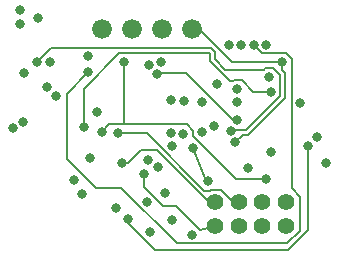
<source format=gbr>
G04 EAGLE Gerber RS-274X export*
G75*
%MOMM*%
%FSLAX34Y34*%
%LPD*%
%INCopper Layer 15*%
%IPPOS*%
%AMOC8*
5,1,8,0,0,1.08239X$1,22.5*%
G01*
%ADD10C,1.676400*%
%ADD11C,1.408000*%
%ADD12C,0.806400*%
%ADD13C,0.203200*%


D10*
X368204Y439191D03*
X393604Y439191D03*
X419004Y439191D03*
X444404Y439191D03*
D11*
X463525Y272730D03*
X463525Y292730D03*
X483525Y272730D03*
X483525Y292730D03*
X503525Y272730D03*
X503525Y292730D03*
X523525Y272730D03*
X523525Y292730D03*
D12*
X482500Y388750D03*
D13*
X495920Y386250D02*
X511250Y386250D01*
X458965Y418750D02*
X382523Y418750D01*
X352500Y388727D01*
X352500Y356250D01*
D12*
X511250Y386250D03*
X352500Y356250D03*
D13*
X458965Y412344D02*
X458965Y418750D01*
X458965Y412344D02*
X476176Y395133D01*
X478870Y395133D01*
X479567Y395830D01*
X486340Y395830D01*
X495920Y386250D01*
D12*
X344051Y311683D03*
X550000Y347500D03*
X408750Y267500D03*
X535498Y376782D03*
X482500Y377500D03*
X406250Y292500D03*
X321250Y390000D03*
D13*
X479131Y362119D02*
X481977Y362119D01*
X479131Y362119D02*
X439162Y402088D01*
X415569Y402088D01*
X414748Y401267D01*
D12*
X481977Y362119D03*
X414748Y401267D03*
X328750Y382500D03*
D13*
X390000Y278750D02*
X390000Y275000D01*
X412500Y252500D01*
X525684Y252500D01*
X542500Y269316D01*
X542500Y340000D01*
D12*
X390000Y278750D03*
X542500Y340000D03*
X520000Y411250D03*
X427500Y277500D03*
X356250Y416250D03*
X357985Y330037D03*
D13*
X477696Y411250D02*
X520000Y411250D01*
X467401Y421545D02*
X467401Y421809D01*
X450019Y439191D02*
X444404Y439191D01*
X450019Y439191D02*
X467401Y421809D01*
X467401Y421545D02*
X477696Y411250D01*
D12*
X421349Y300281D03*
X480774Y343371D03*
D13*
X486806Y349403D01*
X491401Y349403D01*
X520000Y404497D02*
X520000Y411250D01*
X522814Y380817D02*
X491401Y349403D01*
X522814Y380817D02*
X522814Y401683D01*
X520000Y404497D01*
D12*
X313597Y448948D03*
X292353Y355134D03*
X379395Y288118D03*
X302087Y401956D03*
X407617Y408447D03*
X506731Y425927D03*
X363750Y368750D03*
X491848Y321915D03*
X511030Y334952D03*
X443855Y264825D03*
X415331Y322123D03*
X452500Y352500D03*
X485747Y426004D03*
X298750Y455000D03*
X350794Y300012D03*
X301207Y360559D03*
X462500Y357500D03*
X509431Y398450D03*
X406508Y328333D03*
X475297Y426121D03*
D13*
X430622Y289378D02*
X450957Y269043D01*
X430622Y289378D02*
X419573Y289378D01*
X403750Y305201D01*
X403750Y316250D01*
X450957Y269043D02*
X463525Y272730D01*
D12*
X403750Y316250D03*
D13*
X390000Y326250D02*
X385000Y326250D01*
X390000Y326250D02*
X400566Y336816D01*
X414233Y336816D01*
X458320Y292729D02*
X463525Y292730D01*
X458320Y292729D02*
X414233Y336816D01*
D12*
X385000Y326250D03*
X436390Y350632D03*
D13*
X405561Y351250D02*
X381250Y351250D01*
X405561Y351250D02*
X454475Y302337D01*
X477142Y294603D02*
X483525Y292730D01*
D12*
X381250Y351250D03*
D13*
X454475Y302337D02*
X458865Y302337D01*
X468927Y302818D02*
X477142Y294603D01*
X459346Y302818D02*
X458865Y302337D01*
X459346Y302818D02*
X468927Y302818D01*
X481181Y312569D02*
X506870Y312569D01*
X481181Y312569D02*
X445188Y348562D01*
X445188Y353229D01*
X439667Y358750D01*
X386335Y358750D02*
X373750Y358750D01*
X386335Y358750D02*
X439667Y358750D01*
X373750Y358750D02*
X367500Y352500D01*
X386335Y358750D02*
X386335Y411602D01*
D12*
X506870Y312569D03*
X367500Y352500D03*
X386335Y411602D03*
X465000Y392500D03*
D13*
X496289Y425925D02*
X503464Y418750D01*
X523750Y418750D01*
X528405Y414095D01*
X362375Y304885D02*
X338020Y329240D01*
X338020Y384270D01*
X356250Y402500D01*
D12*
X496289Y425925D03*
X356250Y402500D03*
D13*
X535418Y297356D02*
X535418Y268467D01*
X383852Y304885D02*
X362375Y304885D01*
X528405Y304369D02*
X535418Y297356D01*
X535418Y268467D02*
X524697Y257746D01*
X430992Y257746D02*
X383852Y304885D01*
X430992Y257746D02*
X524697Y257746D01*
X528405Y304369D02*
X528405Y414095D01*
D12*
X452500Y377500D03*
X426250Y351250D03*
X426250Y378893D03*
X437053Y378748D03*
X417500Y411250D03*
X427500Y340000D03*
X557500Y326250D03*
X323714Y411409D03*
X444832Y338906D03*
D13*
X455980Y310848D01*
X457787Y310256D01*
D12*
X457787Y310256D03*
X298544Y443885D03*
D13*
X477492Y353694D02*
X489944Y353694D01*
X477492Y353694D02*
X476812Y353013D01*
X489944Y353694D02*
X518750Y382500D01*
X518750Y400000D01*
X460029Y423434D02*
X324684Y423434D01*
X312500Y411250D01*
D12*
X476812Y353013D03*
X312500Y411250D03*
D13*
X460029Y423434D02*
X463337Y420126D01*
X463337Y413720D01*
X504782Y404795D02*
X506196Y406208D01*
X512542Y406208D01*
X472262Y404795D02*
X463337Y413720D01*
X472262Y404795D02*
X504782Y404795D01*
X512542Y406208D02*
X518750Y400000D01*
M02*

</source>
